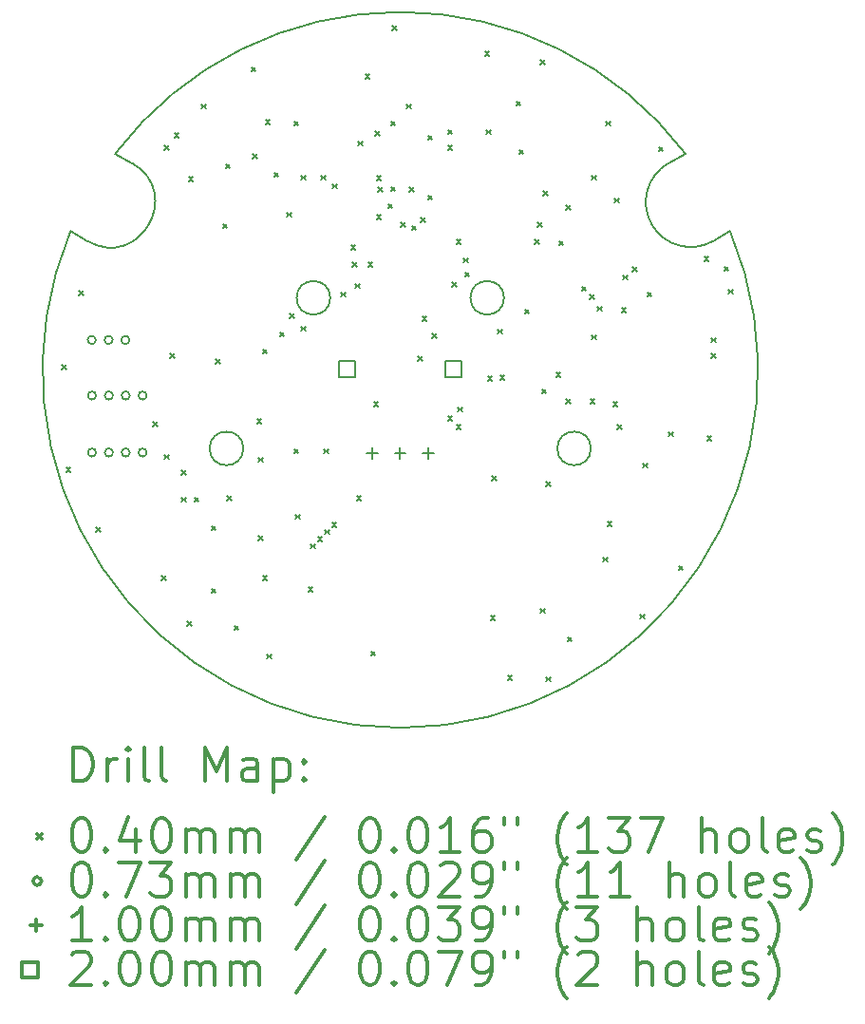
<source format=gbr>
%FSLAX45Y45*%
G04 Gerber Fmt 4.5, Leading zero omitted, Abs format (unit mm)*
G04 Created by KiCad (PCBNEW (5.1.9)-1) date 2024-04-03 16:14:29*
%MOMM*%
%LPD*%
G01*
G04 APERTURE LIST*
%TA.AperFunction,Profile*%
%ADD10C,0.200000*%
%TD*%
%ADD11C,0.200000*%
%ADD12C,0.300000*%
G04 APERTURE END LIST*
D10*
X13512283Y-4923818D02*
G75*
G02*
X18593916Y-4923818I2540816J-1928821D01*
G01*
X18842516Y-5704050D02*
G75*
G02*
X18442516Y-5011229I-200000J346410D01*
G01*
X18993916Y-5616638D02*
X18842516Y-5704049D01*
X14653100Y-7552639D02*
G75*
G03*
X14653100Y-7552639I-150000J0D01*
G01*
X17753100Y-7552639D02*
G75*
G03*
X17753100Y-7552639I-150000J0D01*
G01*
X16978100Y-6210300D02*
G75*
G03*
X16978100Y-6210300I-150000J0D01*
G01*
X15428100Y-6210300D02*
G75*
G03*
X15428100Y-6210300I-150000J0D01*
G01*
X18442516Y-5011229D02*
X18593916Y-4923818D01*
X13512283Y-4923818D02*
X13663684Y-5011229D01*
X18993916Y-5616638D02*
G75*
G02*
X13112283Y-5616638I-2940816J-1236001D01*
G01*
X13263684Y-5704049D02*
X13112283Y-5616638D01*
X13663684Y-5011229D02*
G75*
G02*
X13263684Y-5704049I-200000J-346410D01*
G01*
D11*
X13035900Y-6807239D02*
X13075900Y-6847239D01*
X13075900Y-6807239D02*
X13035900Y-6847239D01*
X13074000Y-7721639D02*
X13114000Y-7761639D01*
X13114000Y-7721639D02*
X13074000Y-7761639D01*
X13188300Y-6146839D02*
X13228300Y-6186839D01*
X13228300Y-6146839D02*
X13188300Y-6186839D01*
X13340700Y-8255039D02*
X13380700Y-8295039D01*
X13380700Y-8255039D02*
X13340700Y-8295039D01*
X13848700Y-7315239D02*
X13888700Y-7355239D01*
X13888700Y-7315239D02*
X13848700Y-7355239D01*
X13924900Y-8686839D02*
X13964900Y-8726839D01*
X13964900Y-8686839D02*
X13924900Y-8726839D01*
X13950300Y-4851439D02*
X13990300Y-4891439D01*
X13990300Y-4851439D02*
X13950300Y-4891439D01*
X13950300Y-7607339D02*
X13990300Y-7647339D01*
X13990300Y-7607339D02*
X13950300Y-7647339D01*
X14001100Y-6705639D02*
X14041100Y-6745639D01*
X14041100Y-6705639D02*
X14001100Y-6745639D01*
X14039200Y-4740839D02*
X14079200Y-4780839D01*
X14079200Y-4740839D02*
X14039200Y-4780839D01*
X14102700Y-7747039D02*
X14142700Y-7787039D01*
X14142700Y-7747039D02*
X14102700Y-7787039D01*
X14102700Y-7988339D02*
X14142700Y-8028339D01*
X14142700Y-7988339D02*
X14102700Y-8028339D01*
X14153500Y-9093239D02*
X14193500Y-9133239D01*
X14193500Y-9093239D02*
X14153500Y-9133239D01*
X14166200Y-5130839D02*
X14206200Y-5170839D01*
X14206200Y-5130839D02*
X14166200Y-5170839D01*
X14217000Y-7988339D02*
X14257000Y-8028339D01*
X14257000Y-7988339D02*
X14217000Y-8028339D01*
X14280500Y-4483139D02*
X14320500Y-4523139D01*
X14320500Y-4483139D02*
X14280500Y-4523139D01*
X14369400Y-8242339D02*
X14409400Y-8282339D01*
X14409400Y-8242339D02*
X14369400Y-8282339D01*
X14369400Y-8801139D02*
X14409400Y-8841139D01*
X14409400Y-8801139D02*
X14369400Y-8841139D01*
X14407500Y-6756439D02*
X14447500Y-6796439D01*
X14447500Y-6756439D02*
X14407500Y-6796439D01*
X14471000Y-5549939D02*
X14511000Y-5589939D01*
X14511000Y-5549939D02*
X14471000Y-5589939D01*
X14496400Y-5016539D02*
X14536400Y-5056539D01*
X14536400Y-5016539D02*
X14496400Y-5056539D01*
X14509100Y-7975639D02*
X14549100Y-8015639D01*
X14549100Y-7975639D02*
X14509100Y-8015639D01*
X14572600Y-9131339D02*
X14612600Y-9171339D01*
X14612600Y-9131339D02*
X14572600Y-9171339D01*
X14725000Y-4152939D02*
X14765000Y-4192939D01*
X14765000Y-4152939D02*
X14725000Y-4192939D01*
X14737700Y-4927639D02*
X14777700Y-4967639D01*
X14777700Y-4927639D02*
X14737700Y-4967639D01*
X14775800Y-7289839D02*
X14815800Y-7329839D01*
X14815800Y-7289839D02*
X14775800Y-7329839D01*
X14788500Y-7632739D02*
X14828500Y-7672739D01*
X14828500Y-7632739D02*
X14788500Y-7672739D01*
X14788500Y-8331239D02*
X14828500Y-8371239D01*
X14828500Y-8331239D02*
X14788500Y-8371239D01*
X14826600Y-6667539D02*
X14866600Y-6707539D01*
X14866600Y-6667539D02*
X14826600Y-6707539D01*
X14826600Y-8686839D02*
X14866600Y-8726839D01*
X14866600Y-8686839D02*
X14826600Y-8726839D01*
X14852000Y-4622839D02*
X14892000Y-4662839D01*
X14892000Y-4622839D02*
X14852000Y-4662839D01*
X14864700Y-9385339D02*
X14904700Y-9425339D01*
X14904700Y-9385339D02*
X14864700Y-9425339D01*
X14928200Y-5092739D02*
X14968200Y-5132739D01*
X14968200Y-5092739D02*
X14928200Y-5132739D01*
X14979000Y-6515139D02*
X15019000Y-6555139D01*
X15019000Y-6515139D02*
X14979000Y-6555139D01*
X15042500Y-5448339D02*
X15082500Y-5488339D01*
X15082500Y-5448339D02*
X15042500Y-5488339D01*
X15067900Y-6350039D02*
X15107900Y-6390039D01*
X15107900Y-6350039D02*
X15067900Y-6390039D01*
X15106000Y-4635539D02*
X15146000Y-4675539D01*
X15146000Y-4635539D02*
X15106000Y-4675539D01*
X15106000Y-7556539D02*
X15146000Y-7596539D01*
X15146000Y-7556539D02*
X15106000Y-7596539D01*
X15118700Y-8140739D02*
X15158700Y-8180739D01*
X15158700Y-8140739D02*
X15118700Y-8180739D01*
X15169500Y-5118139D02*
X15209500Y-5158139D01*
X15209500Y-5118139D02*
X15169500Y-5158139D01*
X15169500Y-6464339D02*
X15209500Y-6504339D01*
X15209500Y-6464339D02*
X15169500Y-6504339D01*
X15233000Y-8788439D02*
X15273000Y-8828439D01*
X15273000Y-8788439D02*
X15233000Y-8828439D01*
X15254300Y-8403339D02*
X15294300Y-8443339D01*
X15294300Y-8403339D02*
X15254300Y-8443339D01*
X15317800Y-8339839D02*
X15357800Y-8379839D01*
X15357800Y-8339839D02*
X15317800Y-8379839D01*
X15347300Y-5118839D02*
X15387300Y-5158839D01*
X15387300Y-5118839D02*
X15347300Y-5158839D01*
X15372700Y-7556539D02*
X15412700Y-7596539D01*
X15412700Y-7556539D02*
X15372700Y-7596539D01*
X15381300Y-8276339D02*
X15421300Y-8316339D01*
X15421300Y-8276339D02*
X15381300Y-8316339D01*
X15444800Y-8212839D02*
X15484800Y-8252839D01*
X15484800Y-8212839D02*
X15444800Y-8252839D01*
X15448900Y-5194339D02*
X15488900Y-5234339D01*
X15488900Y-5194339D02*
X15448900Y-5234339D01*
X15525100Y-6159539D02*
X15565100Y-6199539D01*
X15565100Y-6159539D02*
X15525100Y-6199539D01*
X15614000Y-5740439D02*
X15654000Y-5780439D01*
X15654000Y-5740439D02*
X15614000Y-5780439D01*
X15626700Y-5892839D02*
X15666700Y-5932839D01*
X15666700Y-5892839D02*
X15626700Y-5932839D01*
X15652100Y-6083339D02*
X15692100Y-6123339D01*
X15692100Y-6083339D02*
X15652100Y-6123339D01*
X15664800Y-7975639D02*
X15704800Y-8015639D01*
X15704800Y-7975639D02*
X15664800Y-8015639D01*
X15677500Y-4813339D02*
X15717500Y-4853339D01*
X15717500Y-4813339D02*
X15677500Y-4853339D01*
X15741000Y-4216439D02*
X15781000Y-4256439D01*
X15781000Y-4216439D02*
X15741000Y-4256439D01*
X15766400Y-5892839D02*
X15806400Y-5932839D01*
X15806400Y-5892839D02*
X15766400Y-5932839D01*
X15791800Y-9359939D02*
X15831800Y-9399939D01*
X15831800Y-9359939D02*
X15791800Y-9399939D01*
X15817200Y-7137439D02*
X15857200Y-7177439D01*
X15857200Y-7137439D02*
X15817200Y-7177439D01*
X15829900Y-4724439D02*
X15869900Y-4764439D01*
X15869900Y-4724439D02*
X15829900Y-4764439D01*
X15841736Y-5124301D02*
X15881736Y-5164301D01*
X15881736Y-5124301D02*
X15841736Y-5164301D01*
X15842600Y-5468839D02*
X15882600Y-5508839D01*
X15882600Y-5468839D02*
X15842600Y-5508839D01*
X15854835Y-5223439D02*
X15894835Y-5263439D01*
X15894835Y-5223439D02*
X15854835Y-5263439D01*
X15944200Y-5372139D02*
X15984200Y-5412139D01*
X15984200Y-5372139D02*
X15944200Y-5412139D01*
X15969600Y-4635539D02*
X16009600Y-4675539D01*
X16009600Y-4635539D02*
X15969600Y-4675539D01*
X15969600Y-5219739D02*
X16009600Y-5259739D01*
X16009600Y-5219739D02*
X15969600Y-5259739D01*
X15982300Y-3784639D02*
X16022300Y-3824639D01*
X16022300Y-3784639D02*
X15982300Y-3824639D01*
X16058500Y-5537239D02*
X16098500Y-5577239D01*
X16098500Y-5537239D02*
X16058500Y-5577239D01*
X16109300Y-4483139D02*
X16149300Y-4523139D01*
X16149300Y-4483139D02*
X16109300Y-4523139D01*
X16134700Y-5223439D02*
X16174700Y-5263439D01*
X16174700Y-5223439D02*
X16134700Y-5263439D01*
X16154319Y-5567003D02*
X16194319Y-5607003D01*
X16194319Y-5567003D02*
X16154319Y-5607003D01*
X16210900Y-6731039D02*
X16250900Y-6771039D01*
X16250900Y-6731039D02*
X16210900Y-6771039D01*
X16236300Y-5495439D02*
X16276300Y-5535439D01*
X16276300Y-5495439D02*
X16236300Y-5535439D01*
X16249000Y-6375439D02*
X16289000Y-6415439D01*
X16289000Y-6375439D02*
X16249000Y-6415439D01*
X16299800Y-4762539D02*
X16339800Y-4802539D01*
X16339800Y-4762539D02*
X16299800Y-4802539D01*
X16299800Y-5295939D02*
X16339800Y-5335939D01*
X16339800Y-5295939D02*
X16299800Y-5335939D01*
X16337900Y-6527839D02*
X16377900Y-6567839D01*
X16377900Y-6527839D02*
X16337900Y-6567839D01*
X16477600Y-4711739D02*
X16517600Y-4751739D01*
X16517600Y-4711739D02*
X16477600Y-4751739D01*
X16477600Y-4851439D02*
X16517600Y-4891439D01*
X16517600Y-4851439D02*
X16477600Y-4891439D01*
X16477600Y-7264439D02*
X16517600Y-7304439D01*
X16517600Y-7264439D02*
X16477600Y-7304439D01*
X16515700Y-6070639D02*
X16555700Y-6110639D01*
X16555700Y-6070639D02*
X16515700Y-6110639D01*
X16553800Y-5689639D02*
X16593800Y-5729639D01*
X16593800Y-5689639D02*
X16553800Y-5729639D01*
X16553800Y-7340639D02*
X16593800Y-7380639D01*
X16593800Y-7340639D02*
X16553800Y-7380639D01*
X16566500Y-7184539D02*
X16606500Y-7224539D01*
X16606500Y-7184539D02*
X16566500Y-7224539D01*
X16617300Y-5854739D02*
X16657300Y-5894739D01*
X16657300Y-5854739D02*
X16617300Y-5894739D01*
X16630000Y-5981739D02*
X16670000Y-6021739D01*
X16670000Y-5981739D02*
X16630000Y-6021739D01*
X16807800Y-4013239D02*
X16847800Y-4053239D01*
X16847800Y-4013239D02*
X16807800Y-4053239D01*
X16820500Y-4711739D02*
X16860500Y-4751739D01*
X16860500Y-4711739D02*
X16820500Y-4751739D01*
X16833200Y-6908839D02*
X16873200Y-6948839D01*
X16873200Y-6908839D02*
X16833200Y-6948839D01*
X16858600Y-9042439D02*
X16898600Y-9082439D01*
X16898600Y-9042439D02*
X16858600Y-9082439D01*
X16871300Y-7797839D02*
X16911300Y-7837839D01*
X16911300Y-7797839D02*
X16871300Y-7837839D01*
X16922100Y-6489739D02*
X16962100Y-6529739D01*
X16962100Y-6489739D02*
X16922100Y-6529739D01*
X16941615Y-6902955D02*
X16981615Y-6942955D01*
X16981615Y-6902955D02*
X16941615Y-6942955D01*
X17011000Y-9575839D02*
X17051000Y-9615839D01*
X17051000Y-9575839D02*
X17011000Y-9615839D01*
X17087200Y-4457739D02*
X17127200Y-4497739D01*
X17127200Y-4457739D02*
X17087200Y-4497739D01*
X17112600Y-4889539D02*
X17152600Y-4929539D01*
X17152600Y-4889539D02*
X17112600Y-4929539D01*
X17163400Y-6311939D02*
X17203400Y-6351939D01*
X17203400Y-6311939D02*
X17163400Y-6351939D01*
X17252300Y-5689639D02*
X17292300Y-5729639D01*
X17292300Y-5689639D02*
X17252300Y-5729639D01*
X17277700Y-5537239D02*
X17317700Y-5577239D01*
X17317700Y-5537239D02*
X17277700Y-5577239D01*
X17303100Y-4089439D02*
X17343100Y-4129439D01*
X17343100Y-4089439D02*
X17303100Y-4129439D01*
X17303100Y-8978939D02*
X17343100Y-9018939D01*
X17343100Y-8978939D02*
X17303100Y-9018939D01*
X17315800Y-7023139D02*
X17355800Y-7063139D01*
X17355800Y-7023139D02*
X17315800Y-7063139D01*
X17328500Y-5257839D02*
X17368500Y-5297839D01*
X17368500Y-5257839D02*
X17328500Y-5297839D01*
X17353900Y-7848639D02*
X17393900Y-7888639D01*
X17393900Y-7848639D02*
X17353900Y-7888639D01*
X17353900Y-9588539D02*
X17393900Y-9628539D01*
X17393900Y-9588539D02*
X17353900Y-9628539D01*
X17442800Y-6874439D02*
X17482800Y-6914439D01*
X17482800Y-6874439D02*
X17442800Y-6914439D01*
X17468200Y-5702339D02*
X17508200Y-5742339D01*
X17508200Y-5702339D02*
X17468200Y-5742339D01*
X17531700Y-5384839D02*
X17571700Y-5424839D01*
X17571700Y-5384839D02*
X17531700Y-5424839D01*
X17531700Y-7112039D02*
X17571700Y-7152039D01*
X17571700Y-7112039D02*
X17531700Y-7152039D01*
X17544400Y-9232939D02*
X17584400Y-9272939D01*
X17584400Y-9232939D02*
X17544400Y-9272939D01*
X17671400Y-6108739D02*
X17711400Y-6148739D01*
X17711400Y-6108739D02*
X17671400Y-6148739D01*
X17742111Y-6179450D02*
X17782111Y-6219450D01*
X17782111Y-6179450D02*
X17742111Y-6219450D01*
X17747600Y-7112039D02*
X17787600Y-7152039D01*
X17787600Y-7112039D02*
X17747600Y-7152039D01*
X17760300Y-5118139D02*
X17800300Y-5158139D01*
X17800300Y-5118139D02*
X17760300Y-5158139D01*
X17760300Y-6540539D02*
X17800300Y-6580539D01*
X17800300Y-6540539D02*
X17760300Y-6580539D01*
X17811100Y-6286539D02*
X17851100Y-6326539D01*
X17851100Y-6286539D02*
X17811100Y-6326539D01*
X17861900Y-8521739D02*
X17901900Y-8561739D01*
X17901900Y-8521739D02*
X17861900Y-8561739D01*
X17887300Y-4635539D02*
X17927300Y-4675539D01*
X17927300Y-4635539D02*
X17887300Y-4675539D01*
X17900000Y-8204239D02*
X17940000Y-8244239D01*
X17940000Y-8204239D02*
X17900000Y-8244239D01*
X17950800Y-7137439D02*
X17990800Y-7177439D01*
X17990800Y-7137439D02*
X17950800Y-7177439D01*
X17963500Y-5321339D02*
X18003500Y-5361339D01*
X18003500Y-5321339D02*
X17963500Y-5361339D01*
X17988900Y-7340639D02*
X18028900Y-7380639D01*
X18028900Y-7340639D02*
X17988900Y-7380639D01*
X18027000Y-6299239D02*
X18067000Y-6339239D01*
X18067000Y-6299239D02*
X18027000Y-6339239D01*
X18039700Y-6007139D02*
X18079700Y-6047139D01*
X18079700Y-6007139D02*
X18039700Y-6047139D01*
X18125449Y-5934639D02*
X18165449Y-5974639D01*
X18165449Y-5934639D02*
X18125449Y-5974639D01*
X18192100Y-9029739D02*
X18232100Y-9069739D01*
X18232100Y-9029739D02*
X18192100Y-9069739D01*
X18217500Y-7683539D02*
X18257500Y-7723539D01*
X18257500Y-7683539D02*
X18217500Y-7723539D01*
X18255600Y-6159539D02*
X18295600Y-6199539D01*
X18295600Y-6159539D02*
X18255600Y-6199539D01*
X18357200Y-4864139D02*
X18397200Y-4904139D01*
X18397200Y-4864139D02*
X18357200Y-4904139D01*
X18446100Y-7404139D02*
X18486100Y-7444139D01*
X18486100Y-7404139D02*
X18446100Y-7444139D01*
X18535000Y-8597939D02*
X18575000Y-8637939D01*
X18575000Y-8597939D02*
X18535000Y-8637939D01*
X18763600Y-5842039D02*
X18803600Y-5882039D01*
X18803600Y-5842039D02*
X18763600Y-5882039D01*
X18789000Y-7442239D02*
X18829000Y-7482239D01*
X18829000Y-7442239D02*
X18789000Y-7482239D01*
X18827100Y-6565939D02*
X18867100Y-6605939D01*
X18867100Y-6565939D02*
X18827100Y-6605939D01*
X18827100Y-6705639D02*
X18867100Y-6745639D01*
X18867100Y-6705639D02*
X18827100Y-6745639D01*
X18941400Y-5930939D02*
X18981400Y-5970939D01*
X18981400Y-5930939D02*
X18941400Y-5970939D01*
X18979500Y-6134139D02*
X19019500Y-6174139D01*
X19019500Y-6134139D02*
X18979500Y-6174139D01*
X13338500Y-6585939D02*
G75*
G03*
X13338500Y-6585939I-36500J0D01*
G01*
X13340900Y-7081239D02*
G75*
G03*
X13340900Y-7081239I-36500J0D01*
G01*
X13340900Y-7589239D02*
G75*
G03*
X13340900Y-7589239I-36500J0D01*
G01*
X13488500Y-6585939D02*
G75*
G03*
X13488500Y-6585939I-36500J0D01*
G01*
X13490900Y-7081239D02*
G75*
G03*
X13490900Y-7081239I-36500J0D01*
G01*
X13490900Y-7589239D02*
G75*
G03*
X13490900Y-7589239I-36500J0D01*
G01*
X13638500Y-6585939D02*
G75*
G03*
X13638500Y-6585939I-36500J0D01*
G01*
X13640900Y-7081239D02*
G75*
G03*
X13640900Y-7081239I-36500J0D01*
G01*
X13640900Y-7589239D02*
G75*
G03*
X13640900Y-7589239I-36500J0D01*
G01*
X13790900Y-7081239D02*
G75*
G03*
X13790900Y-7081239I-36500J0D01*
G01*
X13790900Y-7589239D02*
G75*
G03*
X13790900Y-7589239I-36500J0D01*
G01*
X15801640Y-7544319D02*
X15801640Y-7644319D01*
X15751640Y-7594319D02*
X15851640Y-7594319D01*
X16051640Y-7544319D02*
X16051640Y-7644319D01*
X16001640Y-7594319D02*
X16101640Y-7594319D01*
X16301640Y-7544319D02*
X16301640Y-7644319D01*
X16251640Y-7594319D02*
X16351640Y-7594319D01*
X15647351Y-6915031D02*
X15647351Y-6773608D01*
X15505928Y-6773608D01*
X15505928Y-6915031D01*
X15647351Y-6915031D01*
X16597351Y-6915031D02*
X16597351Y-6773608D01*
X16455928Y-6773608D01*
X16455928Y-6915031D01*
X16597351Y-6915031D01*
D12*
X13139528Y-10518354D02*
X13139528Y-10218354D01*
X13210957Y-10218354D01*
X13253814Y-10232639D01*
X13282386Y-10261211D01*
X13296671Y-10289782D01*
X13310957Y-10346925D01*
X13310957Y-10389782D01*
X13296671Y-10446925D01*
X13282386Y-10475496D01*
X13253814Y-10504068D01*
X13210957Y-10518354D01*
X13139528Y-10518354D01*
X13439528Y-10518354D02*
X13439528Y-10318354D01*
X13439528Y-10375496D02*
X13453814Y-10346925D01*
X13468100Y-10332639D01*
X13496671Y-10318354D01*
X13525243Y-10318354D01*
X13625243Y-10518354D02*
X13625243Y-10318354D01*
X13625243Y-10218354D02*
X13610957Y-10232639D01*
X13625243Y-10246925D01*
X13639528Y-10232639D01*
X13625243Y-10218354D01*
X13625243Y-10246925D01*
X13810957Y-10518354D02*
X13782386Y-10504068D01*
X13768100Y-10475496D01*
X13768100Y-10218354D01*
X13968100Y-10518354D02*
X13939528Y-10504068D01*
X13925243Y-10475496D01*
X13925243Y-10218354D01*
X14310957Y-10518354D02*
X14310957Y-10218354D01*
X14410957Y-10432639D01*
X14510957Y-10218354D01*
X14510957Y-10518354D01*
X14782386Y-10518354D02*
X14782386Y-10361211D01*
X14768100Y-10332639D01*
X14739528Y-10318354D01*
X14682386Y-10318354D01*
X14653814Y-10332639D01*
X14782386Y-10504068D02*
X14753814Y-10518354D01*
X14682386Y-10518354D01*
X14653814Y-10504068D01*
X14639528Y-10475496D01*
X14639528Y-10446925D01*
X14653814Y-10418354D01*
X14682386Y-10404068D01*
X14753814Y-10404068D01*
X14782386Y-10389782D01*
X14925243Y-10318354D02*
X14925243Y-10618354D01*
X14925243Y-10332639D02*
X14953814Y-10318354D01*
X15010957Y-10318354D01*
X15039528Y-10332639D01*
X15053814Y-10346925D01*
X15068100Y-10375496D01*
X15068100Y-10461211D01*
X15053814Y-10489782D01*
X15039528Y-10504068D01*
X15010957Y-10518354D01*
X14953814Y-10518354D01*
X14925243Y-10504068D01*
X15196671Y-10489782D02*
X15210957Y-10504068D01*
X15196671Y-10518354D01*
X15182386Y-10504068D01*
X15196671Y-10489782D01*
X15196671Y-10518354D01*
X15196671Y-10332639D02*
X15210957Y-10346925D01*
X15196671Y-10361211D01*
X15182386Y-10346925D01*
X15196671Y-10332639D01*
X15196671Y-10361211D01*
X12813100Y-10992639D02*
X12853100Y-11032639D01*
X12853100Y-10992639D02*
X12813100Y-11032639D01*
X13196671Y-10848354D02*
X13225243Y-10848354D01*
X13253814Y-10862639D01*
X13268100Y-10876925D01*
X13282386Y-10905496D01*
X13296671Y-10962639D01*
X13296671Y-11034068D01*
X13282386Y-11091211D01*
X13268100Y-11119782D01*
X13253814Y-11134068D01*
X13225243Y-11148354D01*
X13196671Y-11148354D01*
X13168100Y-11134068D01*
X13153814Y-11119782D01*
X13139528Y-11091211D01*
X13125243Y-11034068D01*
X13125243Y-10962639D01*
X13139528Y-10905496D01*
X13153814Y-10876925D01*
X13168100Y-10862639D01*
X13196671Y-10848354D01*
X13425243Y-11119782D02*
X13439528Y-11134068D01*
X13425243Y-11148354D01*
X13410957Y-11134068D01*
X13425243Y-11119782D01*
X13425243Y-11148354D01*
X13696671Y-10948354D02*
X13696671Y-11148354D01*
X13625243Y-10834068D02*
X13553814Y-11048354D01*
X13739528Y-11048354D01*
X13910957Y-10848354D02*
X13939528Y-10848354D01*
X13968100Y-10862639D01*
X13982386Y-10876925D01*
X13996671Y-10905496D01*
X14010957Y-10962639D01*
X14010957Y-11034068D01*
X13996671Y-11091211D01*
X13982386Y-11119782D01*
X13968100Y-11134068D01*
X13939528Y-11148354D01*
X13910957Y-11148354D01*
X13882386Y-11134068D01*
X13868100Y-11119782D01*
X13853814Y-11091211D01*
X13839528Y-11034068D01*
X13839528Y-10962639D01*
X13853814Y-10905496D01*
X13868100Y-10876925D01*
X13882386Y-10862639D01*
X13910957Y-10848354D01*
X14139528Y-11148354D02*
X14139528Y-10948354D01*
X14139528Y-10976925D02*
X14153814Y-10962639D01*
X14182386Y-10948354D01*
X14225243Y-10948354D01*
X14253814Y-10962639D01*
X14268100Y-10991211D01*
X14268100Y-11148354D01*
X14268100Y-10991211D02*
X14282386Y-10962639D01*
X14310957Y-10948354D01*
X14353814Y-10948354D01*
X14382386Y-10962639D01*
X14396671Y-10991211D01*
X14396671Y-11148354D01*
X14539528Y-11148354D02*
X14539528Y-10948354D01*
X14539528Y-10976925D02*
X14553814Y-10962639D01*
X14582386Y-10948354D01*
X14625243Y-10948354D01*
X14653814Y-10962639D01*
X14668100Y-10991211D01*
X14668100Y-11148354D01*
X14668100Y-10991211D02*
X14682386Y-10962639D01*
X14710957Y-10948354D01*
X14753814Y-10948354D01*
X14782386Y-10962639D01*
X14796671Y-10991211D01*
X14796671Y-11148354D01*
X15382386Y-10834068D02*
X15125243Y-11219782D01*
X15768100Y-10848354D02*
X15796671Y-10848354D01*
X15825243Y-10862639D01*
X15839528Y-10876925D01*
X15853814Y-10905496D01*
X15868100Y-10962639D01*
X15868100Y-11034068D01*
X15853814Y-11091211D01*
X15839528Y-11119782D01*
X15825243Y-11134068D01*
X15796671Y-11148354D01*
X15768100Y-11148354D01*
X15739528Y-11134068D01*
X15725243Y-11119782D01*
X15710957Y-11091211D01*
X15696671Y-11034068D01*
X15696671Y-10962639D01*
X15710957Y-10905496D01*
X15725243Y-10876925D01*
X15739528Y-10862639D01*
X15768100Y-10848354D01*
X15996671Y-11119782D02*
X16010957Y-11134068D01*
X15996671Y-11148354D01*
X15982386Y-11134068D01*
X15996671Y-11119782D01*
X15996671Y-11148354D01*
X16196671Y-10848354D02*
X16225243Y-10848354D01*
X16253814Y-10862639D01*
X16268100Y-10876925D01*
X16282386Y-10905496D01*
X16296671Y-10962639D01*
X16296671Y-11034068D01*
X16282386Y-11091211D01*
X16268100Y-11119782D01*
X16253814Y-11134068D01*
X16225243Y-11148354D01*
X16196671Y-11148354D01*
X16168100Y-11134068D01*
X16153814Y-11119782D01*
X16139528Y-11091211D01*
X16125243Y-11034068D01*
X16125243Y-10962639D01*
X16139528Y-10905496D01*
X16153814Y-10876925D01*
X16168100Y-10862639D01*
X16196671Y-10848354D01*
X16582386Y-11148354D02*
X16410957Y-11148354D01*
X16496671Y-11148354D02*
X16496671Y-10848354D01*
X16468100Y-10891211D01*
X16439528Y-10919782D01*
X16410957Y-10934068D01*
X16839528Y-10848354D02*
X16782386Y-10848354D01*
X16753814Y-10862639D01*
X16739528Y-10876925D01*
X16710957Y-10919782D01*
X16696671Y-10976925D01*
X16696671Y-11091211D01*
X16710957Y-11119782D01*
X16725243Y-11134068D01*
X16753814Y-11148354D01*
X16810957Y-11148354D01*
X16839528Y-11134068D01*
X16853814Y-11119782D01*
X16868100Y-11091211D01*
X16868100Y-11019782D01*
X16853814Y-10991211D01*
X16839528Y-10976925D01*
X16810957Y-10962639D01*
X16753814Y-10962639D01*
X16725243Y-10976925D01*
X16710957Y-10991211D01*
X16696671Y-11019782D01*
X16982386Y-10848354D02*
X16982386Y-10905496D01*
X17096671Y-10848354D02*
X17096671Y-10905496D01*
X17539528Y-11262639D02*
X17525243Y-11248353D01*
X17496671Y-11205496D01*
X17482386Y-11176925D01*
X17468100Y-11134068D01*
X17453814Y-11062639D01*
X17453814Y-11005496D01*
X17468100Y-10934068D01*
X17482386Y-10891211D01*
X17496671Y-10862639D01*
X17525243Y-10819782D01*
X17539528Y-10805496D01*
X17810957Y-11148354D02*
X17639528Y-11148354D01*
X17725243Y-11148354D02*
X17725243Y-10848354D01*
X17696671Y-10891211D01*
X17668100Y-10919782D01*
X17639528Y-10934068D01*
X17910957Y-10848354D02*
X18096671Y-10848354D01*
X17996671Y-10962639D01*
X18039528Y-10962639D01*
X18068100Y-10976925D01*
X18082386Y-10991211D01*
X18096671Y-11019782D01*
X18096671Y-11091211D01*
X18082386Y-11119782D01*
X18068100Y-11134068D01*
X18039528Y-11148354D01*
X17953814Y-11148354D01*
X17925243Y-11134068D01*
X17910957Y-11119782D01*
X18196671Y-10848354D02*
X18396671Y-10848354D01*
X18268100Y-11148354D01*
X18739528Y-11148354D02*
X18739528Y-10848354D01*
X18868100Y-11148354D02*
X18868100Y-10991211D01*
X18853814Y-10962639D01*
X18825243Y-10948354D01*
X18782386Y-10948354D01*
X18753814Y-10962639D01*
X18739528Y-10976925D01*
X19053814Y-11148354D02*
X19025243Y-11134068D01*
X19010957Y-11119782D01*
X18996671Y-11091211D01*
X18996671Y-11005496D01*
X19010957Y-10976925D01*
X19025243Y-10962639D01*
X19053814Y-10948354D01*
X19096671Y-10948354D01*
X19125243Y-10962639D01*
X19139528Y-10976925D01*
X19153814Y-11005496D01*
X19153814Y-11091211D01*
X19139528Y-11119782D01*
X19125243Y-11134068D01*
X19096671Y-11148354D01*
X19053814Y-11148354D01*
X19325243Y-11148354D02*
X19296671Y-11134068D01*
X19282386Y-11105496D01*
X19282386Y-10848354D01*
X19553814Y-11134068D02*
X19525243Y-11148354D01*
X19468100Y-11148354D01*
X19439528Y-11134068D01*
X19425243Y-11105496D01*
X19425243Y-10991211D01*
X19439528Y-10962639D01*
X19468100Y-10948354D01*
X19525243Y-10948354D01*
X19553814Y-10962639D01*
X19568100Y-10991211D01*
X19568100Y-11019782D01*
X19425243Y-11048354D01*
X19682386Y-11134068D02*
X19710957Y-11148354D01*
X19768100Y-11148354D01*
X19796671Y-11134068D01*
X19810957Y-11105496D01*
X19810957Y-11091211D01*
X19796671Y-11062639D01*
X19768100Y-11048354D01*
X19725243Y-11048354D01*
X19696671Y-11034068D01*
X19682386Y-11005496D01*
X19682386Y-10991211D01*
X19696671Y-10962639D01*
X19725243Y-10948354D01*
X19768100Y-10948354D01*
X19796671Y-10962639D01*
X19910957Y-11262639D02*
X19925243Y-11248353D01*
X19953814Y-11205496D01*
X19968100Y-11176925D01*
X19982386Y-11134068D01*
X19996671Y-11062639D01*
X19996671Y-11005496D01*
X19982386Y-10934068D01*
X19968100Y-10891211D01*
X19953814Y-10862639D01*
X19925243Y-10819782D01*
X19910957Y-10805496D01*
X12853100Y-11408639D02*
G75*
G03*
X12853100Y-11408639I-36500J0D01*
G01*
X13196671Y-11244353D02*
X13225243Y-11244353D01*
X13253814Y-11258639D01*
X13268100Y-11272925D01*
X13282386Y-11301496D01*
X13296671Y-11358639D01*
X13296671Y-11430068D01*
X13282386Y-11487211D01*
X13268100Y-11515782D01*
X13253814Y-11530068D01*
X13225243Y-11544353D01*
X13196671Y-11544353D01*
X13168100Y-11530068D01*
X13153814Y-11515782D01*
X13139528Y-11487211D01*
X13125243Y-11430068D01*
X13125243Y-11358639D01*
X13139528Y-11301496D01*
X13153814Y-11272925D01*
X13168100Y-11258639D01*
X13196671Y-11244353D01*
X13425243Y-11515782D02*
X13439528Y-11530068D01*
X13425243Y-11544353D01*
X13410957Y-11530068D01*
X13425243Y-11515782D01*
X13425243Y-11544353D01*
X13539528Y-11244353D02*
X13739528Y-11244353D01*
X13610957Y-11544353D01*
X13825243Y-11244353D02*
X14010957Y-11244353D01*
X13910957Y-11358639D01*
X13953814Y-11358639D01*
X13982386Y-11372925D01*
X13996671Y-11387211D01*
X14010957Y-11415782D01*
X14010957Y-11487211D01*
X13996671Y-11515782D01*
X13982386Y-11530068D01*
X13953814Y-11544353D01*
X13868100Y-11544353D01*
X13839528Y-11530068D01*
X13825243Y-11515782D01*
X14139528Y-11544353D02*
X14139528Y-11344353D01*
X14139528Y-11372925D02*
X14153814Y-11358639D01*
X14182386Y-11344353D01*
X14225243Y-11344353D01*
X14253814Y-11358639D01*
X14268100Y-11387211D01*
X14268100Y-11544353D01*
X14268100Y-11387211D02*
X14282386Y-11358639D01*
X14310957Y-11344353D01*
X14353814Y-11344353D01*
X14382386Y-11358639D01*
X14396671Y-11387211D01*
X14396671Y-11544353D01*
X14539528Y-11544353D02*
X14539528Y-11344353D01*
X14539528Y-11372925D02*
X14553814Y-11358639D01*
X14582386Y-11344353D01*
X14625243Y-11344353D01*
X14653814Y-11358639D01*
X14668100Y-11387211D01*
X14668100Y-11544353D01*
X14668100Y-11387211D02*
X14682386Y-11358639D01*
X14710957Y-11344353D01*
X14753814Y-11344353D01*
X14782386Y-11358639D01*
X14796671Y-11387211D01*
X14796671Y-11544353D01*
X15382386Y-11230068D02*
X15125243Y-11615782D01*
X15768100Y-11244353D02*
X15796671Y-11244353D01*
X15825243Y-11258639D01*
X15839528Y-11272925D01*
X15853814Y-11301496D01*
X15868100Y-11358639D01*
X15868100Y-11430068D01*
X15853814Y-11487211D01*
X15839528Y-11515782D01*
X15825243Y-11530068D01*
X15796671Y-11544353D01*
X15768100Y-11544353D01*
X15739528Y-11530068D01*
X15725243Y-11515782D01*
X15710957Y-11487211D01*
X15696671Y-11430068D01*
X15696671Y-11358639D01*
X15710957Y-11301496D01*
X15725243Y-11272925D01*
X15739528Y-11258639D01*
X15768100Y-11244353D01*
X15996671Y-11515782D02*
X16010957Y-11530068D01*
X15996671Y-11544353D01*
X15982386Y-11530068D01*
X15996671Y-11515782D01*
X15996671Y-11544353D01*
X16196671Y-11244353D02*
X16225243Y-11244353D01*
X16253814Y-11258639D01*
X16268100Y-11272925D01*
X16282386Y-11301496D01*
X16296671Y-11358639D01*
X16296671Y-11430068D01*
X16282386Y-11487211D01*
X16268100Y-11515782D01*
X16253814Y-11530068D01*
X16225243Y-11544353D01*
X16196671Y-11544353D01*
X16168100Y-11530068D01*
X16153814Y-11515782D01*
X16139528Y-11487211D01*
X16125243Y-11430068D01*
X16125243Y-11358639D01*
X16139528Y-11301496D01*
X16153814Y-11272925D01*
X16168100Y-11258639D01*
X16196671Y-11244353D01*
X16410957Y-11272925D02*
X16425243Y-11258639D01*
X16453814Y-11244353D01*
X16525243Y-11244353D01*
X16553814Y-11258639D01*
X16568100Y-11272925D01*
X16582386Y-11301496D01*
X16582386Y-11330068D01*
X16568100Y-11372925D01*
X16396671Y-11544353D01*
X16582386Y-11544353D01*
X16725243Y-11544353D02*
X16782386Y-11544353D01*
X16810957Y-11530068D01*
X16825243Y-11515782D01*
X16853814Y-11472925D01*
X16868100Y-11415782D01*
X16868100Y-11301496D01*
X16853814Y-11272925D01*
X16839528Y-11258639D01*
X16810957Y-11244353D01*
X16753814Y-11244353D01*
X16725243Y-11258639D01*
X16710957Y-11272925D01*
X16696671Y-11301496D01*
X16696671Y-11372925D01*
X16710957Y-11401496D01*
X16725243Y-11415782D01*
X16753814Y-11430068D01*
X16810957Y-11430068D01*
X16839528Y-11415782D01*
X16853814Y-11401496D01*
X16868100Y-11372925D01*
X16982386Y-11244353D02*
X16982386Y-11301496D01*
X17096671Y-11244353D02*
X17096671Y-11301496D01*
X17539528Y-11658639D02*
X17525243Y-11644353D01*
X17496671Y-11601496D01*
X17482386Y-11572925D01*
X17468100Y-11530068D01*
X17453814Y-11458639D01*
X17453814Y-11401496D01*
X17468100Y-11330068D01*
X17482386Y-11287211D01*
X17496671Y-11258639D01*
X17525243Y-11215782D01*
X17539528Y-11201496D01*
X17810957Y-11544353D02*
X17639528Y-11544353D01*
X17725243Y-11544353D02*
X17725243Y-11244353D01*
X17696671Y-11287211D01*
X17668100Y-11315782D01*
X17639528Y-11330068D01*
X18096671Y-11544353D02*
X17925243Y-11544353D01*
X18010957Y-11544353D02*
X18010957Y-11244353D01*
X17982386Y-11287211D01*
X17953814Y-11315782D01*
X17925243Y-11330068D01*
X18453814Y-11544353D02*
X18453814Y-11244353D01*
X18582386Y-11544353D02*
X18582386Y-11387211D01*
X18568100Y-11358639D01*
X18539528Y-11344353D01*
X18496671Y-11344353D01*
X18468100Y-11358639D01*
X18453814Y-11372925D01*
X18768100Y-11544353D02*
X18739528Y-11530068D01*
X18725243Y-11515782D01*
X18710957Y-11487211D01*
X18710957Y-11401496D01*
X18725243Y-11372925D01*
X18739528Y-11358639D01*
X18768100Y-11344353D01*
X18810957Y-11344353D01*
X18839528Y-11358639D01*
X18853814Y-11372925D01*
X18868100Y-11401496D01*
X18868100Y-11487211D01*
X18853814Y-11515782D01*
X18839528Y-11530068D01*
X18810957Y-11544353D01*
X18768100Y-11544353D01*
X19039528Y-11544353D02*
X19010957Y-11530068D01*
X18996671Y-11501496D01*
X18996671Y-11244353D01*
X19268100Y-11530068D02*
X19239528Y-11544353D01*
X19182386Y-11544353D01*
X19153814Y-11530068D01*
X19139528Y-11501496D01*
X19139528Y-11387211D01*
X19153814Y-11358639D01*
X19182386Y-11344353D01*
X19239528Y-11344353D01*
X19268100Y-11358639D01*
X19282386Y-11387211D01*
X19282386Y-11415782D01*
X19139528Y-11444353D01*
X19396671Y-11530068D02*
X19425243Y-11544353D01*
X19482386Y-11544353D01*
X19510957Y-11530068D01*
X19525243Y-11501496D01*
X19525243Y-11487211D01*
X19510957Y-11458639D01*
X19482386Y-11444353D01*
X19439528Y-11444353D01*
X19410957Y-11430068D01*
X19396671Y-11401496D01*
X19396671Y-11387211D01*
X19410957Y-11358639D01*
X19439528Y-11344353D01*
X19482386Y-11344353D01*
X19510957Y-11358639D01*
X19625243Y-11658639D02*
X19639528Y-11644353D01*
X19668100Y-11601496D01*
X19682386Y-11572925D01*
X19696671Y-11530068D01*
X19710957Y-11458639D01*
X19710957Y-11401496D01*
X19696671Y-11330068D01*
X19682386Y-11287211D01*
X19668100Y-11258639D01*
X19639528Y-11215782D01*
X19625243Y-11201496D01*
X12803100Y-11754639D02*
X12803100Y-11854639D01*
X12753100Y-11804639D02*
X12853100Y-11804639D01*
X13296671Y-11940353D02*
X13125243Y-11940353D01*
X13210957Y-11940353D02*
X13210957Y-11640353D01*
X13182386Y-11683211D01*
X13153814Y-11711782D01*
X13125243Y-11726068D01*
X13425243Y-11911782D02*
X13439528Y-11926068D01*
X13425243Y-11940353D01*
X13410957Y-11926068D01*
X13425243Y-11911782D01*
X13425243Y-11940353D01*
X13625243Y-11640353D02*
X13653814Y-11640353D01*
X13682386Y-11654639D01*
X13696671Y-11668925D01*
X13710957Y-11697496D01*
X13725243Y-11754639D01*
X13725243Y-11826068D01*
X13710957Y-11883211D01*
X13696671Y-11911782D01*
X13682386Y-11926068D01*
X13653814Y-11940353D01*
X13625243Y-11940353D01*
X13596671Y-11926068D01*
X13582386Y-11911782D01*
X13568100Y-11883211D01*
X13553814Y-11826068D01*
X13553814Y-11754639D01*
X13568100Y-11697496D01*
X13582386Y-11668925D01*
X13596671Y-11654639D01*
X13625243Y-11640353D01*
X13910957Y-11640353D02*
X13939528Y-11640353D01*
X13968100Y-11654639D01*
X13982386Y-11668925D01*
X13996671Y-11697496D01*
X14010957Y-11754639D01*
X14010957Y-11826068D01*
X13996671Y-11883211D01*
X13982386Y-11911782D01*
X13968100Y-11926068D01*
X13939528Y-11940353D01*
X13910957Y-11940353D01*
X13882386Y-11926068D01*
X13868100Y-11911782D01*
X13853814Y-11883211D01*
X13839528Y-11826068D01*
X13839528Y-11754639D01*
X13853814Y-11697496D01*
X13868100Y-11668925D01*
X13882386Y-11654639D01*
X13910957Y-11640353D01*
X14139528Y-11940353D02*
X14139528Y-11740353D01*
X14139528Y-11768925D02*
X14153814Y-11754639D01*
X14182386Y-11740353D01*
X14225243Y-11740353D01*
X14253814Y-11754639D01*
X14268100Y-11783211D01*
X14268100Y-11940353D01*
X14268100Y-11783211D02*
X14282386Y-11754639D01*
X14310957Y-11740353D01*
X14353814Y-11740353D01*
X14382386Y-11754639D01*
X14396671Y-11783211D01*
X14396671Y-11940353D01*
X14539528Y-11940353D02*
X14539528Y-11740353D01*
X14539528Y-11768925D02*
X14553814Y-11754639D01*
X14582386Y-11740353D01*
X14625243Y-11740353D01*
X14653814Y-11754639D01*
X14668100Y-11783211D01*
X14668100Y-11940353D01*
X14668100Y-11783211D02*
X14682386Y-11754639D01*
X14710957Y-11740353D01*
X14753814Y-11740353D01*
X14782386Y-11754639D01*
X14796671Y-11783211D01*
X14796671Y-11940353D01*
X15382386Y-11626068D02*
X15125243Y-12011782D01*
X15768100Y-11640353D02*
X15796671Y-11640353D01*
X15825243Y-11654639D01*
X15839528Y-11668925D01*
X15853814Y-11697496D01*
X15868100Y-11754639D01*
X15868100Y-11826068D01*
X15853814Y-11883211D01*
X15839528Y-11911782D01*
X15825243Y-11926068D01*
X15796671Y-11940353D01*
X15768100Y-11940353D01*
X15739528Y-11926068D01*
X15725243Y-11911782D01*
X15710957Y-11883211D01*
X15696671Y-11826068D01*
X15696671Y-11754639D01*
X15710957Y-11697496D01*
X15725243Y-11668925D01*
X15739528Y-11654639D01*
X15768100Y-11640353D01*
X15996671Y-11911782D02*
X16010957Y-11926068D01*
X15996671Y-11940353D01*
X15982386Y-11926068D01*
X15996671Y-11911782D01*
X15996671Y-11940353D01*
X16196671Y-11640353D02*
X16225243Y-11640353D01*
X16253814Y-11654639D01*
X16268100Y-11668925D01*
X16282386Y-11697496D01*
X16296671Y-11754639D01*
X16296671Y-11826068D01*
X16282386Y-11883211D01*
X16268100Y-11911782D01*
X16253814Y-11926068D01*
X16225243Y-11940353D01*
X16196671Y-11940353D01*
X16168100Y-11926068D01*
X16153814Y-11911782D01*
X16139528Y-11883211D01*
X16125243Y-11826068D01*
X16125243Y-11754639D01*
X16139528Y-11697496D01*
X16153814Y-11668925D01*
X16168100Y-11654639D01*
X16196671Y-11640353D01*
X16396671Y-11640353D02*
X16582386Y-11640353D01*
X16482386Y-11754639D01*
X16525243Y-11754639D01*
X16553814Y-11768925D01*
X16568100Y-11783211D01*
X16582386Y-11811782D01*
X16582386Y-11883211D01*
X16568100Y-11911782D01*
X16553814Y-11926068D01*
X16525243Y-11940353D01*
X16439528Y-11940353D01*
X16410957Y-11926068D01*
X16396671Y-11911782D01*
X16725243Y-11940353D02*
X16782386Y-11940353D01*
X16810957Y-11926068D01*
X16825243Y-11911782D01*
X16853814Y-11868925D01*
X16868100Y-11811782D01*
X16868100Y-11697496D01*
X16853814Y-11668925D01*
X16839528Y-11654639D01*
X16810957Y-11640353D01*
X16753814Y-11640353D01*
X16725243Y-11654639D01*
X16710957Y-11668925D01*
X16696671Y-11697496D01*
X16696671Y-11768925D01*
X16710957Y-11797496D01*
X16725243Y-11811782D01*
X16753814Y-11826068D01*
X16810957Y-11826068D01*
X16839528Y-11811782D01*
X16853814Y-11797496D01*
X16868100Y-11768925D01*
X16982386Y-11640353D02*
X16982386Y-11697496D01*
X17096671Y-11640353D02*
X17096671Y-11697496D01*
X17539528Y-12054639D02*
X17525243Y-12040353D01*
X17496671Y-11997496D01*
X17482386Y-11968925D01*
X17468100Y-11926068D01*
X17453814Y-11854639D01*
X17453814Y-11797496D01*
X17468100Y-11726068D01*
X17482386Y-11683211D01*
X17496671Y-11654639D01*
X17525243Y-11611782D01*
X17539528Y-11597496D01*
X17625243Y-11640353D02*
X17810957Y-11640353D01*
X17710957Y-11754639D01*
X17753814Y-11754639D01*
X17782386Y-11768925D01*
X17796671Y-11783211D01*
X17810957Y-11811782D01*
X17810957Y-11883211D01*
X17796671Y-11911782D01*
X17782386Y-11926068D01*
X17753814Y-11940353D01*
X17668100Y-11940353D01*
X17639528Y-11926068D01*
X17625243Y-11911782D01*
X18168100Y-11940353D02*
X18168100Y-11640353D01*
X18296671Y-11940353D02*
X18296671Y-11783211D01*
X18282386Y-11754639D01*
X18253814Y-11740353D01*
X18210957Y-11740353D01*
X18182386Y-11754639D01*
X18168100Y-11768925D01*
X18482386Y-11940353D02*
X18453814Y-11926068D01*
X18439528Y-11911782D01*
X18425243Y-11883211D01*
X18425243Y-11797496D01*
X18439528Y-11768925D01*
X18453814Y-11754639D01*
X18482386Y-11740353D01*
X18525243Y-11740353D01*
X18553814Y-11754639D01*
X18568100Y-11768925D01*
X18582386Y-11797496D01*
X18582386Y-11883211D01*
X18568100Y-11911782D01*
X18553814Y-11926068D01*
X18525243Y-11940353D01*
X18482386Y-11940353D01*
X18753814Y-11940353D02*
X18725243Y-11926068D01*
X18710957Y-11897496D01*
X18710957Y-11640353D01*
X18982386Y-11926068D02*
X18953814Y-11940353D01*
X18896671Y-11940353D01*
X18868100Y-11926068D01*
X18853814Y-11897496D01*
X18853814Y-11783211D01*
X18868100Y-11754639D01*
X18896671Y-11740353D01*
X18953814Y-11740353D01*
X18982386Y-11754639D01*
X18996671Y-11783211D01*
X18996671Y-11811782D01*
X18853814Y-11840353D01*
X19110957Y-11926068D02*
X19139528Y-11940353D01*
X19196671Y-11940353D01*
X19225243Y-11926068D01*
X19239528Y-11897496D01*
X19239528Y-11883211D01*
X19225243Y-11854639D01*
X19196671Y-11840353D01*
X19153814Y-11840353D01*
X19125243Y-11826068D01*
X19110957Y-11797496D01*
X19110957Y-11783211D01*
X19125243Y-11754639D01*
X19153814Y-11740353D01*
X19196671Y-11740353D01*
X19225243Y-11754639D01*
X19339528Y-12054639D02*
X19353814Y-12040353D01*
X19382386Y-11997496D01*
X19396671Y-11968925D01*
X19410957Y-11926068D01*
X19425243Y-11854639D01*
X19425243Y-11797496D01*
X19410957Y-11726068D01*
X19396671Y-11683211D01*
X19382386Y-11654639D01*
X19353814Y-11611782D01*
X19339528Y-11597496D01*
X12823811Y-12271351D02*
X12823811Y-12129928D01*
X12682388Y-12129928D01*
X12682388Y-12271351D01*
X12823811Y-12271351D01*
X13125243Y-12064925D02*
X13139528Y-12050639D01*
X13168100Y-12036353D01*
X13239528Y-12036353D01*
X13268100Y-12050639D01*
X13282386Y-12064925D01*
X13296671Y-12093496D01*
X13296671Y-12122068D01*
X13282386Y-12164925D01*
X13110957Y-12336353D01*
X13296671Y-12336353D01*
X13425243Y-12307782D02*
X13439528Y-12322068D01*
X13425243Y-12336353D01*
X13410957Y-12322068D01*
X13425243Y-12307782D01*
X13425243Y-12336353D01*
X13625243Y-12036353D02*
X13653814Y-12036353D01*
X13682386Y-12050639D01*
X13696671Y-12064925D01*
X13710957Y-12093496D01*
X13725243Y-12150639D01*
X13725243Y-12222068D01*
X13710957Y-12279211D01*
X13696671Y-12307782D01*
X13682386Y-12322068D01*
X13653814Y-12336353D01*
X13625243Y-12336353D01*
X13596671Y-12322068D01*
X13582386Y-12307782D01*
X13568100Y-12279211D01*
X13553814Y-12222068D01*
X13553814Y-12150639D01*
X13568100Y-12093496D01*
X13582386Y-12064925D01*
X13596671Y-12050639D01*
X13625243Y-12036353D01*
X13910957Y-12036353D02*
X13939528Y-12036353D01*
X13968100Y-12050639D01*
X13982386Y-12064925D01*
X13996671Y-12093496D01*
X14010957Y-12150639D01*
X14010957Y-12222068D01*
X13996671Y-12279211D01*
X13982386Y-12307782D01*
X13968100Y-12322068D01*
X13939528Y-12336353D01*
X13910957Y-12336353D01*
X13882386Y-12322068D01*
X13868100Y-12307782D01*
X13853814Y-12279211D01*
X13839528Y-12222068D01*
X13839528Y-12150639D01*
X13853814Y-12093496D01*
X13868100Y-12064925D01*
X13882386Y-12050639D01*
X13910957Y-12036353D01*
X14139528Y-12336353D02*
X14139528Y-12136353D01*
X14139528Y-12164925D02*
X14153814Y-12150639D01*
X14182386Y-12136353D01*
X14225243Y-12136353D01*
X14253814Y-12150639D01*
X14268100Y-12179211D01*
X14268100Y-12336353D01*
X14268100Y-12179211D02*
X14282386Y-12150639D01*
X14310957Y-12136353D01*
X14353814Y-12136353D01*
X14382386Y-12150639D01*
X14396671Y-12179211D01*
X14396671Y-12336353D01*
X14539528Y-12336353D02*
X14539528Y-12136353D01*
X14539528Y-12164925D02*
X14553814Y-12150639D01*
X14582386Y-12136353D01*
X14625243Y-12136353D01*
X14653814Y-12150639D01*
X14668100Y-12179211D01*
X14668100Y-12336353D01*
X14668100Y-12179211D02*
X14682386Y-12150639D01*
X14710957Y-12136353D01*
X14753814Y-12136353D01*
X14782386Y-12150639D01*
X14796671Y-12179211D01*
X14796671Y-12336353D01*
X15382386Y-12022068D02*
X15125243Y-12407782D01*
X15768100Y-12036353D02*
X15796671Y-12036353D01*
X15825243Y-12050639D01*
X15839528Y-12064925D01*
X15853814Y-12093496D01*
X15868100Y-12150639D01*
X15868100Y-12222068D01*
X15853814Y-12279211D01*
X15839528Y-12307782D01*
X15825243Y-12322068D01*
X15796671Y-12336353D01*
X15768100Y-12336353D01*
X15739528Y-12322068D01*
X15725243Y-12307782D01*
X15710957Y-12279211D01*
X15696671Y-12222068D01*
X15696671Y-12150639D01*
X15710957Y-12093496D01*
X15725243Y-12064925D01*
X15739528Y-12050639D01*
X15768100Y-12036353D01*
X15996671Y-12307782D02*
X16010957Y-12322068D01*
X15996671Y-12336353D01*
X15982386Y-12322068D01*
X15996671Y-12307782D01*
X15996671Y-12336353D01*
X16196671Y-12036353D02*
X16225243Y-12036353D01*
X16253814Y-12050639D01*
X16268100Y-12064925D01*
X16282386Y-12093496D01*
X16296671Y-12150639D01*
X16296671Y-12222068D01*
X16282386Y-12279211D01*
X16268100Y-12307782D01*
X16253814Y-12322068D01*
X16225243Y-12336353D01*
X16196671Y-12336353D01*
X16168100Y-12322068D01*
X16153814Y-12307782D01*
X16139528Y-12279211D01*
X16125243Y-12222068D01*
X16125243Y-12150639D01*
X16139528Y-12093496D01*
X16153814Y-12064925D01*
X16168100Y-12050639D01*
X16196671Y-12036353D01*
X16396671Y-12036353D02*
X16596671Y-12036353D01*
X16468100Y-12336353D01*
X16725243Y-12336353D02*
X16782386Y-12336353D01*
X16810957Y-12322068D01*
X16825243Y-12307782D01*
X16853814Y-12264925D01*
X16868100Y-12207782D01*
X16868100Y-12093496D01*
X16853814Y-12064925D01*
X16839528Y-12050639D01*
X16810957Y-12036353D01*
X16753814Y-12036353D01*
X16725243Y-12050639D01*
X16710957Y-12064925D01*
X16696671Y-12093496D01*
X16696671Y-12164925D01*
X16710957Y-12193496D01*
X16725243Y-12207782D01*
X16753814Y-12222068D01*
X16810957Y-12222068D01*
X16839528Y-12207782D01*
X16853814Y-12193496D01*
X16868100Y-12164925D01*
X16982386Y-12036353D02*
X16982386Y-12093496D01*
X17096671Y-12036353D02*
X17096671Y-12093496D01*
X17539528Y-12450639D02*
X17525243Y-12436353D01*
X17496671Y-12393496D01*
X17482386Y-12364925D01*
X17468100Y-12322068D01*
X17453814Y-12250639D01*
X17453814Y-12193496D01*
X17468100Y-12122068D01*
X17482386Y-12079211D01*
X17496671Y-12050639D01*
X17525243Y-12007782D01*
X17539528Y-11993496D01*
X17639528Y-12064925D02*
X17653814Y-12050639D01*
X17682386Y-12036353D01*
X17753814Y-12036353D01*
X17782386Y-12050639D01*
X17796671Y-12064925D01*
X17810957Y-12093496D01*
X17810957Y-12122068D01*
X17796671Y-12164925D01*
X17625243Y-12336353D01*
X17810957Y-12336353D01*
X18168100Y-12336353D02*
X18168100Y-12036353D01*
X18296671Y-12336353D02*
X18296671Y-12179211D01*
X18282386Y-12150639D01*
X18253814Y-12136353D01*
X18210957Y-12136353D01*
X18182386Y-12150639D01*
X18168100Y-12164925D01*
X18482386Y-12336353D02*
X18453814Y-12322068D01*
X18439528Y-12307782D01*
X18425243Y-12279211D01*
X18425243Y-12193496D01*
X18439528Y-12164925D01*
X18453814Y-12150639D01*
X18482386Y-12136353D01*
X18525243Y-12136353D01*
X18553814Y-12150639D01*
X18568100Y-12164925D01*
X18582386Y-12193496D01*
X18582386Y-12279211D01*
X18568100Y-12307782D01*
X18553814Y-12322068D01*
X18525243Y-12336353D01*
X18482386Y-12336353D01*
X18753814Y-12336353D02*
X18725243Y-12322068D01*
X18710957Y-12293496D01*
X18710957Y-12036353D01*
X18982386Y-12322068D02*
X18953814Y-12336353D01*
X18896671Y-12336353D01*
X18868100Y-12322068D01*
X18853814Y-12293496D01*
X18853814Y-12179211D01*
X18868100Y-12150639D01*
X18896671Y-12136353D01*
X18953814Y-12136353D01*
X18982386Y-12150639D01*
X18996671Y-12179211D01*
X18996671Y-12207782D01*
X18853814Y-12236353D01*
X19110957Y-12322068D02*
X19139528Y-12336353D01*
X19196671Y-12336353D01*
X19225243Y-12322068D01*
X19239528Y-12293496D01*
X19239528Y-12279211D01*
X19225243Y-12250639D01*
X19196671Y-12236353D01*
X19153814Y-12236353D01*
X19125243Y-12222068D01*
X19110957Y-12193496D01*
X19110957Y-12179211D01*
X19125243Y-12150639D01*
X19153814Y-12136353D01*
X19196671Y-12136353D01*
X19225243Y-12150639D01*
X19339528Y-12450639D02*
X19353814Y-12436353D01*
X19382386Y-12393496D01*
X19396671Y-12364925D01*
X19410957Y-12322068D01*
X19425243Y-12250639D01*
X19425243Y-12193496D01*
X19410957Y-12122068D01*
X19396671Y-12079211D01*
X19382386Y-12050639D01*
X19353814Y-12007782D01*
X19339528Y-11993496D01*
M02*

</source>
